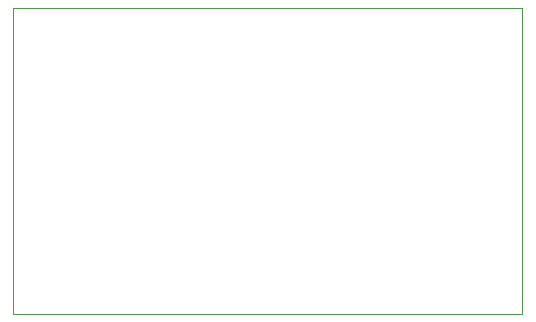
<source format=gbr>
%TF.GenerationSoftware,KiCad,Pcbnew,7.0.6*%
%TF.CreationDate,2024-04-30T22:03:54+02:00*%
%TF.ProjectId,MB-V2,4d422d56-322e-46b6-9963-61645f706362,rev?*%
%TF.SameCoordinates,Original*%
%TF.FileFunction,Profile,NP*%
%FSLAX46Y46*%
G04 Gerber Fmt 4.6, Leading zero omitted, Abs format (unit mm)*
G04 Created by KiCad (PCBNEW 7.0.6) date 2024-04-30 22:03:54*
%MOMM*%
%LPD*%
G01*
G04 APERTURE LIST*
%TA.AperFunction,Profile*%
%ADD10C,0.100000*%
%TD*%
G04 APERTURE END LIST*
D10*
X136030000Y-89420000D02*
X179130000Y-89420000D01*
X179130000Y-115270000D01*
X136030000Y-115270000D01*
X136030000Y-89420000D01*
M02*

</source>
